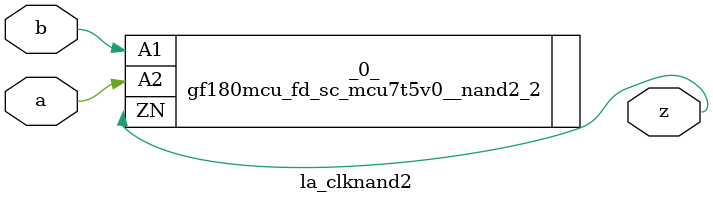
<source format=v>
/* Generated by Yosys 0.37 (git sha1 a5c7f69ed, clang 14.0.0-1ubuntu1.1 -fPIC -Os) */

module la_clknand2(a, b, z);
  input a;
  wire a;
  input b;
  wire b;
  output z;
  wire z;
  gf180mcu_fd_sc_mcu7t5v0__nand2_2 _0_ (
    .A1(b),
    .A2(a),
    .ZN(z)
  );
endmodule

</source>
